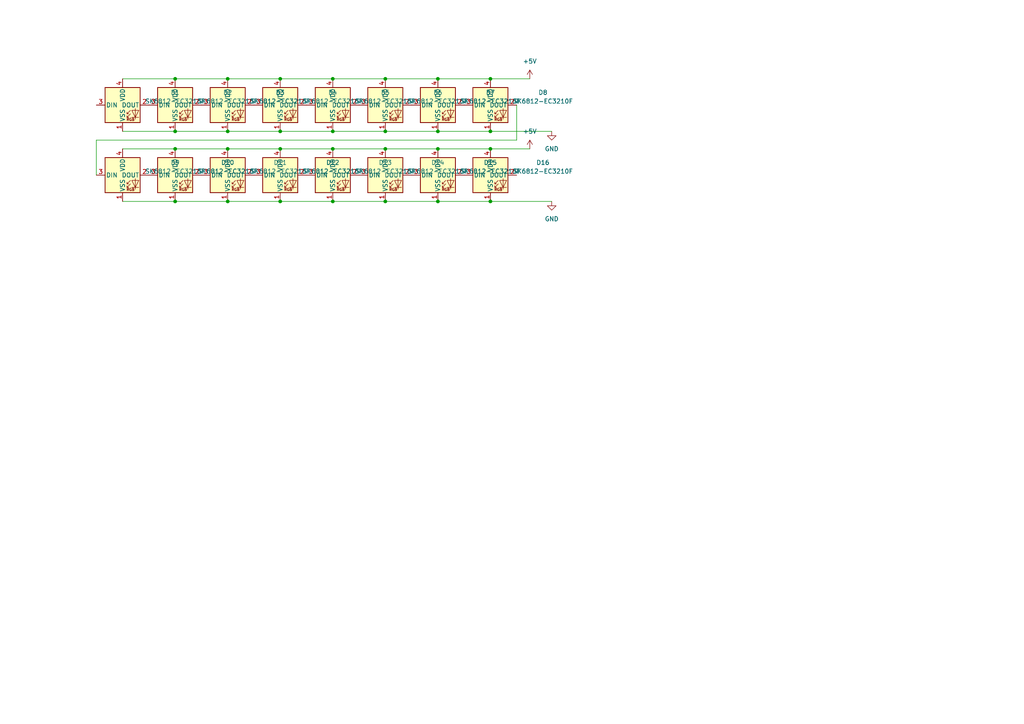
<source format=kicad_sch>
(kicad_sch (version 20231120) (generator "eeschema") (generator_version "8.0")
  (paper "A4")
  (lib_symbols
    (symbol "CustomSymbols:SK6812-EC3210F" (pin_names (offset 0.254))
      (property "Reference" "D" (at 5.08 5.715 0))
      (property "Value" "SK6812-EC3210F" (at 1.27 -5.715 0))
      (symbol "SK6812-EC3210F_0_0"
        (text "RGB" (at 2.286 -4.191 0) (effects (font (size 0.762 0.762))))
      )
      (symbol "SK6812-EC3210F_0_1"
        (polyline (pts (xy 1.27 -3.556) (xy 1.778 -3.556)))
        (polyline (pts (xy 1.27 -2.54) (xy 1.778 -2.54)))
        (polyline (pts (xy 4.699 -3.556) (xy 2.667 -3.556)))
        (polyline (pts (xy 2.286 -2.54) (xy 1.27 -3.556) (xy 1.27 -3.048)))
        (polyline (pts (xy 2.286 -1.524) (xy 1.27 -2.54) (xy 1.27 -2.032)))
        (polyline (pts (xy 3.683 -1.016) (xy 3.683 -3.556) (xy 3.683 -4.064)))
        (polyline (pts (xy 4.699 -1.524) (xy 2.667 -1.524) (xy 3.683 -3.556) (xy 4.699 -1.524)))
        (rectangle (start 5.08 5.08) (end -5.08 -5.08) (stroke (width 0.254)) (fill (type background)))
      )
      (symbol "SK6812-EC3210F_1_1"
        (pin power_in line (at 0 -7.62 90) (length 2.54) (name "VSS") (number "1"))
        (pin output line (at 7.62 0 180) (length 2.54) (name "DOUT") (number "2"))
        (pin input line (at -7.62 0 0) (length 2.54) (name "DIN") (number "3"))
        (pin power_in line (at 0 7.62 270) (length 2.54) (name "VDD") (number "4"))
      )
    )
    (symbol "power:+5V" (power) (pin_names (offset 0))
      (property "Value" "+5V" (at 0 3.556 0))
      (symbol "+5V_0_1"
        (polyline (pts (xy -0.762 1.27) (xy 0 2.54)))
        (polyline (pts (xy 0 0) (xy 0 2.54)))
        (polyline (pts (xy 0 2.54) (xy 0.762 1.27)))
      )
      (symbol "+5V_1_1"
        (pin power_in line (at 0 0 90) (length 0) hide (name "+5V") (number "1"))
      )
    )
    (symbol "power:GND" (power) (pin_names (offset 0))
      (property "Value" "GND" (at 0 -3.81 0))
      (symbol "GND_0_1"
        (polyline (pts (xy 0 0) (xy 0 -1.27) (xy 1.27 -1.27) (xy 0 -2.54) (xy -1.27 -1.27) (xy 0 -1.27)))
      )
      (symbol "GND_1_1"
        (pin power_in line (at 0 0 270) (length 0) hide (name "GND") (number "1"))
      )
    )
  )
  (junction (at 111.76 22.86))
  (junction (at 50.8 58.42))
  (junction (at 142.24 38.1))
  (junction (at 142.24 58.42))
  (junction (at 66.04 38.1))
  (junction (at 50.8 38.1))
  (junction (at 96.52 22.86))
  (junction (at 127 58.42))
  (junction (at 111.76 38.1))
  (junction (at 142.24 22.86))
  (junction (at 50.8 22.86))
  (junction (at 142.24 43.18))
  (junction (at 127 38.1))
  (junction (at 111.76 43.18))
  (junction (at 66.04 58.42))
  (junction (at 127 43.18))
  (junction (at 96.52 58.42))
  (junction (at 81.28 43.18))
  (junction (at 66.04 22.86))
  (junction (at 96.52 38.1))
  (junction (at 50.8 43.18))
  (junction (at 81.28 58.42))
  (junction (at 127 22.86))
  (junction (at 81.28 38.1))
  (junction (at 111.76 58.42))
  (junction (at 96.52 43.18))
  (junction (at 81.28 22.86))
  (junction (at 66.04 43.18))
  (wire (pts (xy 96.52 58.42) (xy 111.76 58.42)))
  (wire (pts (xy 111.76 38.1) (xy 127 38.1)))
  (wire (pts (xy 81.28 38.1) (xy 96.52 38.1)))
  (wire (pts (xy 66.04 22.86) (xy 81.28 22.86)))
  (wire (pts (xy 127 43.18) (xy 142.24 43.18)))
  (wire (pts (xy 96.52 38.1) (xy 111.76 38.1)))
  (wire (pts (xy 35.56 22.86) (xy 50.8 22.86)))
  (wire (pts (xy 50.8 22.86) (xy 66.04 22.86)))
  (wire (pts (xy 127 22.86) (xy 142.24 22.86)))
  (wire (pts (xy 142.24 38.1) (xy 160.02 38.1)))
  (wire (pts (xy 35.56 38.1) (xy 50.8 38.1)))
  (wire (pts (xy 81.28 43.18) (xy 96.52 43.18)))
  (wire (pts (xy 111.76 22.86) (xy 127 22.86)))
  (wire (pts (xy 111.76 43.18) (xy 127 43.18)))
  (wire (pts (xy 142.24 22.86) (xy 153.67 22.86)))
  (wire (pts (xy 96.52 43.18) (xy 111.76 43.18)))
  (wire (pts (xy 66.04 58.42) (xy 81.28 58.42)))
  (wire (pts (xy 81.28 58.42) (xy 96.52 58.42)))
  (wire (pts (xy 81.28 22.86) (xy 96.52 22.86)))
  (wire (pts (xy 35.56 58.42) (xy 50.8 58.42)))
  (wire (pts (xy 149.86 30.48) (xy 149.86 40.64)))
  (wire (pts (xy 27.94 40.64) (xy 27.94 50.8)))
  (wire (pts (xy 142.24 43.18) (xy 153.67 43.18)))
  (wire (pts (xy 127 58.42) (xy 142.24 58.42)))
  (wire (pts (xy 35.56 43.18) (xy 50.8 43.18)))
  (wire (pts (xy 96.52 22.86) (xy 111.76 22.86)))
  (wire (pts (xy 50.8 58.42) (xy 66.04 58.42)))
  (wire (pts (xy 66.04 38.1) (xy 81.28 38.1)))
  (wire (pts (xy 111.76 58.42) (xy 127 58.42)))
  (wire (pts (xy 66.04 43.18) (xy 81.28 43.18)))
  (wire (pts (xy 127 38.1) (xy 142.24 38.1)))
  (wire (pts (xy 50.8 43.18) (xy 66.04 43.18)))
  (wire (pts (xy 149.86 40.64) (xy 27.94 40.64)))
  (wire (pts (xy 142.24 58.42) (xy 160.02 58.42)))
  (wire (pts (xy 50.8 38.1) (xy 66.04 38.1)))
  (symbol (lib_id "CustomSymbols:SK6812-EC3210F") (at 96.52 30.48 0) (unit 1)
    (property "Reference" "D5" (at 111.76 26.8321 0))
    (property "Value" "SK6812-EC3210F" (at 111.76 29.3721 0))
    (property "Footprint" "Custom Footprint Library:SK6812-EC3210F" (effects (hide yes)))
    (property "Datasheet" "https://cdn-shop.adafruit.com/product-files/4892/4892_SK68XX-EC3210F__REV.A.pdf" (effects (hide yes)))
  )
  (symbol (lib_id "CustomSymbols:SK6812-EC3210F") (at 50.8 50.8 0) (unit 1)
    (property "Reference" "D10" (at 66.04 47.1521 0))
    (property "Value" "SK6812-EC3210F" (at 66.04 49.6921 0))
    (property "Footprint" "Custom Footprint Library:SK6812-EC3210F" (effects (hide yes)))
    (property "Datasheet" "https://cdn-shop.adafruit.com/product-files/4892/4892_SK68XX-EC3210F__REV.A.pdf" (effects (hide yes)))
  )
  (symbol (lib_id "power:+5V") (at 153.67 43.18 0) (unit 1)
    (property "Reference" "#PWR02" (effects (hide yes)))
    (property "Value" "+5V" (at 153.67 38.1 0))
  )
  (symbol (lib_id "CustomSymbols:SK6812-EC3210F") (at 111.76 50.8 0) (unit 1)
    (property "Reference" "D14" (at 127 47.1521 0))
    (property "Value" "SK6812-EC3210F" (at 127 49.6921 0))
    (property "Footprint" "Custom Footprint Library:SK6812-EC3210F" (effects (hide yes)))
    (property "Datasheet" "https://cdn-shop.adafruit.com/product-files/4892/4892_SK68XX-EC3210F__REV.A.pdf" (effects (hide yes)))
  )
  (symbol (lib_id "power:GND") (at 160.02 38.1 0) (unit 1)
    (property "Reference" "#PWR05" (effects (hide yes)))
    (property "Value" "GND" (at 160.02 43.18 0))
  )
  (symbol (lib_id "CustomSymbols:SK6812-EC3210F") (at 142.24 30.48 0) (unit 1)
    (property "Reference" "D8" (at 157.48 26.8321 0))
    (property "Value" "SK6812-EC3210F" (at 157.48 29.3721 0))
    (property "Footprint" "Custom Footprint Library:SK6812-EC3210F" (effects (hide yes)))
    (property "Datasheet" "https://cdn-shop.adafruit.com/product-files/4892/4892_SK68XX-EC3210F__REV.A.pdf" (effects (hide yes)))
  )
  (symbol (lib_id "CustomSymbols:SK6812-EC3210F") (at 111.76 30.48 0) (unit 1)
    (property "Reference" "D6" (at 127 26.8321 0))
    (property "Value" "SK6812-EC3210F" (at 127 29.3721 0))
    (property "Footprint" "Custom Footprint Library:SK6812-EC3210F" (effects (hide yes)))
    (property "Datasheet" "https://cdn-shop.adafruit.com/product-files/4892/4892_SK68XX-EC3210F__REV.A.pdf" (effects (hide yes)))
  )
  (symbol (lib_id "CustomSymbols:SK6812-EC3210F") (at 35.56 50.8 0) (unit 1)
    (property "Reference" "D9" (at 50.8 47.1521 0))
    (property "Value" "SK6812-EC3210F" (at 50.8 49.6921 0))
    (property "Footprint" "Custom Footprint Library:SK6812-EC3210F" (effects (hide yes)))
    (property "Datasheet" "https://cdn-shop.adafruit.com/product-files/4892/4892_SK68XX-EC3210F__REV.A.pdf" (effects (hide yes)))
  )
  (symbol (lib_id "CustomSymbols:SK6812-EC3210F") (at 66.04 50.8 0) (unit 1)
    (property "Reference" "D11" (at 81.28 47.1521 0))
    (property "Value" "SK6812-EC3210F" (at 81.28 49.6921 0))
    (property "Footprint" "Custom Footprint Library:SK6812-EC3210F" (effects (hide yes)))
    (property "Datasheet" "https://cdn-shop.adafruit.com/product-files/4892/4892_SK68XX-EC3210F__REV.A.pdf" (effects (hide yes)))
  )
  (symbol (lib_id "CustomSymbols:SK6812-EC3210F") (at 81.28 50.8 0) (unit 1)
    (property "Reference" "D12" (at 96.52 47.1521 0))
    (property "Value" "SK6812-EC3210F" (at 96.52 49.6921 0))
    (property "Footprint" "Custom Footprint Library:SK6812-EC3210F" (effects (hide yes)))
    (property "Datasheet" "https://cdn-shop.adafruit.com/product-files/4892/4892_SK68XX-EC3210F__REV.A.pdf" (effects (hide yes)))
  )
  (symbol (lib_id "CustomSymbols:SK6812-EC3210F") (at 35.56 30.48 0) (unit 1)
    (property "Reference" "D1" (at 50.8 26.8321 0))
    (property "Value" "SK6812-EC3210F" (at 50.8 29.3721 0))
    (property "Footprint" "Custom Footprint Library:SK6812-EC3210F" (effects (hide yes)))
    (property "Datasheet" "https://cdn-shop.adafruit.com/product-files/4892/4892_SK68XX-EC3210F__REV.A.pdf" (effects (hide yes)))
  )
  (symbol (lib_id "CustomSymbols:SK6812-EC3210F") (at 50.8 30.48 0) (unit 1)
    (property "Reference" "D2" (at 66.04 26.8321 0))
    (property "Value" "SK6812-EC3210F" (at 66.04 29.3721 0))
    (property "Footprint" "Custom Footprint Library:SK6812-EC3210F" (effects (hide yes)))
    (property "Datasheet" "https://cdn-shop.adafruit.com/product-files/4892/4892_SK68XX-EC3210F__REV.A.pdf" (effects (hide yes)))
  )
  (symbol (lib_id "CustomSymbols:SK6812-EC3210F") (at 127 30.48 0) (unit 1)
    (property "Reference" "D7" (at 142.24 26.8321 0))
    (property "Value" "SK6812-EC3210F" (at 142.24 29.3721 0))
    (property "Footprint" "Custom Footprint Library:SK6812-EC3210F" (effects (hide yes)))
    (property "Datasheet" "https://cdn-shop.adafruit.com/product-files/4892/4892_SK68XX-EC3210F__REV.A.pdf" (effects (hide yes)))
  )
  (symbol (lib_id "CustomSymbols:SK6812-EC3210F") (at 96.52 50.8 0) (unit 1)
    (property "Reference" "D13" (at 111.76 47.1521 0))
    (property "Value" "SK6812-EC3210F" (at 111.76 49.6921 0))
    (property "Footprint" "Custom Footprint Library:SK6812-EC3210F" (effects (hide yes)))
    (property "Datasheet" "https://cdn-shop.adafruit.com/product-files/4892/4892_SK68XX-EC3210F__REV.A.pdf" (effects (hide yes)))
  )
  (symbol (lib_id "CustomSymbols:SK6812-EC3210F") (at 127 50.8 0) (unit 1)
    (property "Reference" "D15" (at 142.24 47.1521 0))
    (property "Value" "SK6812-EC3210F" (at 142.24 49.6921 0))
    (property "Footprint" "Custom Footprint Library:SK6812-EC3210F" (effects (hide yes)))
    (property "Datasheet" "https://cdn-shop.adafruit.com/product-files/4892/4892_SK68XX-EC3210F__REV.A.pdf" (effects (hide yes)))
  )
  (symbol (lib_id "power:GND") (at 160.02 58.42 0) (unit 1)
    (property "Reference" "#PWR06" (effects (hide yes)))
    (property "Value" "GND" (at 160.02 63.5 0))
  )
  (symbol (lib_id "CustomSymbols:SK6812-EC3210F") (at 81.28 30.48 0) (unit 1)
    (property "Reference" "D4" (at 96.52 26.8321 0))
    (property "Value" "SK6812-EC3210F" (at 96.52 29.3721 0))
    (property "Footprint" "Custom Footprint Library:SK6812-EC3210F" (effects (hide yes)))
    (property "Datasheet" "https://cdn-shop.adafruit.com/product-files/4892/4892_SK68XX-EC3210F__REV.A.pdf" (effects (hide yes)))
  )
  (symbol (lib_id "CustomSymbols:SK6812-EC3210F") (at 142.24 50.8 0) (unit 1)
    (property "Reference" "D16" (at 157.48 47.1521 0))
    (property "Value" "SK6812-EC3210F" (at 157.48 49.6921 0))
    (property "Footprint" "Custom Footprint Library:SK6812-EC3210F" (effects (hide yes)))
    (property "Datasheet" "https://cdn-shop.adafruit.com/product-files/4892/4892_SK68XX-EC3210F__REV.A.pdf" (effects (hide yes)))
  )
  (symbol (lib_id "power:+5V") (at 153.67 22.86 0) (unit 1)
    (property "Reference" "#PWR01" (effects (hide yes)))
    (property "Value" "+5V" (at 153.67 17.78 0))
  )
  (symbol (lib_id "CustomSymbols:SK6812-EC3210F") (at 66.04 30.48 0) (unit 1)
    (property "Reference" "D3" (at 81.28 26.8321 0))
    (property "Value" "SK6812-EC3210F" (at 81.28 29.3721 0))
    (property "Footprint" "Custom Footprint Library:SK6812-EC3210F" (effects (hide yes)))
    (property "Datasheet" "https://cdn-shop.adafruit.com/product-files/4892/4892_SK68XX-EC3210F__REV.A.pdf" (effects (hide yes)))
  )
)
</source>
